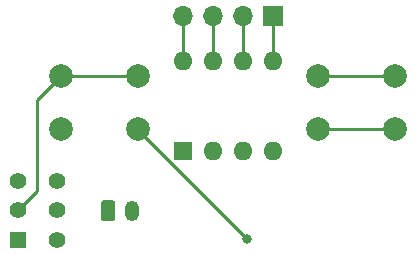
<source format=gbr>
G04 #@! TF.GenerationSoftware,KiCad,Pcbnew,(5.0.1-3-g963ef8bb5)*
G04 #@! TF.CreationDate,2019-02-13T22:27:56+01:00*
G04 #@! TF.ProjectId,main,6D61696E2E6B696361645F7063620000,rev?*
G04 #@! TF.SameCoordinates,Original*
G04 #@! TF.FileFunction,Copper,L2,Bot,Signal*
G04 #@! TF.FilePolarity,Positive*
%FSLAX46Y46*%
G04 Gerber Fmt 4.6, Leading zero omitted, Abs format (unit mm)*
G04 Created by KiCad (PCBNEW (5.0.1-3-g963ef8bb5)) date 2019 February 13, Wednesday 22:27:56*
%MOMM*%
%LPD*%
G01*
G04 APERTURE LIST*
G04 #@! TA.AperFunction,ComponentPad*
%ADD10R,1.700000X1.700000*%
G04 #@! TD*
G04 #@! TA.AperFunction,ComponentPad*
%ADD11O,1.700000X1.700000*%
G04 #@! TD*
G04 #@! TA.AperFunction,Conductor*
%ADD12C,0.100000*%
G04 #@! TD*
G04 #@! TA.AperFunction,ComponentPad*
%ADD13C,1.200000*%
G04 #@! TD*
G04 #@! TA.AperFunction,ComponentPad*
%ADD14O,1.200000X1.750000*%
G04 #@! TD*
G04 #@! TA.AperFunction,ComponentPad*
%ADD15C,2.000000*%
G04 #@! TD*
G04 #@! TA.AperFunction,ComponentPad*
%ADD16R,1.600000X1.600000*%
G04 #@! TD*
G04 #@! TA.AperFunction,ComponentPad*
%ADD17O,1.600000X1.600000*%
G04 #@! TD*
G04 #@! TA.AperFunction,ComponentPad*
%ADD18R,1.400000X1.400000*%
G04 #@! TD*
G04 #@! TA.AperFunction,ComponentPad*
%ADD19C,1.400000*%
G04 #@! TD*
G04 #@! TA.AperFunction,ViaPad*
%ADD20C,0.800000*%
G04 #@! TD*
G04 #@! TA.AperFunction,Conductor*
%ADD21C,0.250000*%
G04 #@! TD*
G04 APERTURE END LIST*
D10*
G04 #@! TO.P,J1,1*
G04 #@! TO.N,Net-(J1-Pad1)*
X91440000Y-95250000D03*
D11*
G04 #@! TO.P,J1,2*
G04 #@! TO.N,Net-(J1-Pad2)*
X88900000Y-95250000D03*
G04 #@! TO.P,J1,3*
G04 #@! TO.N,Net-(J1-Pad3)*
X86360000Y-95250000D03*
G04 #@! TO.P,J1,4*
G04 #@! TO.N,Net-(J1-Pad4)*
X83820000Y-95250000D03*
G04 #@! TD*
D12*
G04 #@! TO.N,Net-(J2-Pad1)*
G04 #@! TO.C,J2*
G36*
X77844505Y-110886204D02*
X77868773Y-110889804D01*
X77892572Y-110895765D01*
X77915671Y-110904030D01*
X77937850Y-110914520D01*
X77958893Y-110927132D01*
X77978599Y-110941747D01*
X77996777Y-110958223D01*
X78013253Y-110976401D01*
X78027868Y-110996107D01*
X78040480Y-111017150D01*
X78050970Y-111039329D01*
X78059235Y-111062428D01*
X78065196Y-111086227D01*
X78068796Y-111110495D01*
X78070000Y-111134999D01*
X78070000Y-112385001D01*
X78068796Y-112409505D01*
X78065196Y-112433773D01*
X78059235Y-112457572D01*
X78050970Y-112480671D01*
X78040480Y-112502850D01*
X78027868Y-112523893D01*
X78013253Y-112543599D01*
X77996777Y-112561777D01*
X77978599Y-112578253D01*
X77958893Y-112592868D01*
X77937850Y-112605480D01*
X77915671Y-112615970D01*
X77892572Y-112624235D01*
X77868773Y-112630196D01*
X77844505Y-112633796D01*
X77820001Y-112635000D01*
X77119999Y-112635000D01*
X77095495Y-112633796D01*
X77071227Y-112630196D01*
X77047428Y-112624235D01*
X77024329Y-112615970D01*
X77002150Y-112605480D01*
X76981107Y-112592868D01*
X76961401Y-112578253D01*
X76943223Y-112561777D01*
X76926747Y-112543599D01*
X76912132Y-112523893D01*
X76899520Y-112502850D01*
X76889030Y-112480671D01*
X76880765Y-112457572D01*
X76874804Y-112433773D01*
X76871204Y-112409505D01*
X76870000Y-112385001D01*
X76870000Y-111134999D01*
X76871204Y-111110495D01*
X76874804Y-111086227D01*
X76880765Y-111062428D01*
X76889030Y-111039329D01*
X76899520Y-111017150D01*
X76912132Y-110996107D01*
X76926747Y-110976401D01*
X76943223Y-110958223D01*
X76961401Y-110941747D01*
X76981107Y-110927132D01*
X77002150Y-110914520D01*
X77024329Y-110904030D01*
X77047428Y-110895765D01*
X77071227Y-110889804D01*
X77095495Y-110886204D01*
X77119999Y-110885000D01*
X77820001Y-110885000D01*
X77844505Y-110886204D01*
X77844505Y-110886204D01*
G37*
D13*
G04 #@! TD*
G04 #@! TO.P,J2,1*
G04 #@! TO.N,Net-(J2-Pad1)*
X77470000Y-111760000D03*
D14*
G04 #@! TO.P,J2,2*
G04 #@! TO.N,GND*
X79470000Y-111760000D03*
G04 #@! TD*
D15*
G04 #@! TO.P,SW1,2*
G04 #@! TO.N,setup*
X73510000Y-104830000D03*
G04 #@! TO.P,SW1,1*
G04 #@! TO.N,+3V3*
X73510000Y-100330000D03*
G04 #@! TO.P,SW1,2*
G04 #@! TO.N,setup*
X80010000Y-104830000D03*
G04 #@! TO.P,SW1,1*
G04 #@! TO.N,+3V3*
X80010000Y-100330000D03*
G04 #@! TD*
G04 #@! TO.P,SW2,1*
G04 #@! TO.N,+3V3*
X101750000Y-100330000D03*
G04 #@! TO.P,SW2,2*
G04 #@! TO.N,start*
X101750000Y-104830000D03*
G04 #@! TO.P,SW2,1*
G04 #@! TO.N,+3V3*
X95250000Y-100330000D03*
G04 #@! TO.P,SW2,2*
G04 #@! TO.N,start*
X95250000Y-104830000D03*
G04 #@! TD*
D16*
G04 #@! TO.P,U2,1*
G04 #@! TO.N,onoff*
X83820000Y-106680000D03*
D17*
G04 #@! TO.P,U2,5*
G04 #@! TO.N,Net-(J1-Pad1)*
X91440000Y-99060000D03*
G04 #@! TO.P,U2,2*
G04 #@! TO.N,Net-(R1-Pad1)*
X86360000Y-106680000D03*
G04 #@! TO.P,U2,6*
G04 #@! TO.N,Net-(J1-Pad2)*
X88900000Y-99060000D03*
G04 #@! TO.P,U2,3*
G04 #@! TO.N,Net-(R2-Pad2)*
X88900000Y-106680000D03*
G04 #@! TO.P,U2,7*
G04 #@! TO.N,Net-(J1-Pad3)*
X86360000Y-99060000D03*
G04 #@! TO.P,U2,4*
G04 #@! TO.N,playpause*
X91440000Y-106680000D03*
G04 #@! TO.P,U2,8*
G04 #@! TO.N,Net-(J1-Pad4)*
X83820000Y-99060000D03*
G04 #@! TD*
D18*
G04 #@! TO.P,SW3,1*
G04 #@! TO.N,Net-(J2-Pad1)*
X69850000Y-114220000D03*
D19*
G04 #@! TO.P,SW3,2*
G04 #@! TO.N,+3V3*
X69850000Y-111720000D03*
G04 #@! TO.P,SW3,3*
G04 #@! TO.N,N/C*
X69850000Y-109220000D03*
G04 #@! TO.P,SW3,4*
X73150000Y-114220000D03*
G04 #@! TO.P,SW3,5*
X73150000Y-111720000D03*
G04 #@! TO.P,SW3,6*
X73150000Y-109220000D03*
G04 #@! TD*
D20*
G04 #@! TO.N,setup*
X89238600Y-114201200D03*
G04 #@! TD*
D21*
G04 #@! TO.N,Net-(J1-Pad1)*
X91440000Y-99060000D02*
X91440000Y-95250000D01*
G04 #@! TO.N,Net-(J1-Pad2)*
X88900000Y-99060000D02*
X88900000Y-95250000D01*
G04 #@! TO.N,Net-(J1-Pad3)*
X86360000Y-99060000D02*
X86360000Y-95250000D01*
G04 #@! TO.N,Net-(J1-Pad4)*
X83820000Y-99060000D02*
X83820000Y-95250000D01*
G04 #@! TO.N,+3V3*
X69850000Y-111720000D02*
X71455400Y-110114600D01*
X71455400Y-110114600D02*
X71455400Y-102384600D01*
X71455400Y-102384600D02*
X73510000Y-100330000D01*
X80010000Y-100330000D02*
X73510000Y-100330000D01*
X95250000Y-100330000D02*
X101750000Y-100330000D01*
G04 #@! TO.N,setup*
X80010000Y-104830000D02*
X80010000Y-104972600D01*
X80010000Y-104972600D02*
X89238600Y-114201200D01*
G04 #@! TO.N,start*
X95250000Y-104830000D02*
X101750000Y-104830000D01*
G04 #@! TD*
M02*

</source>
